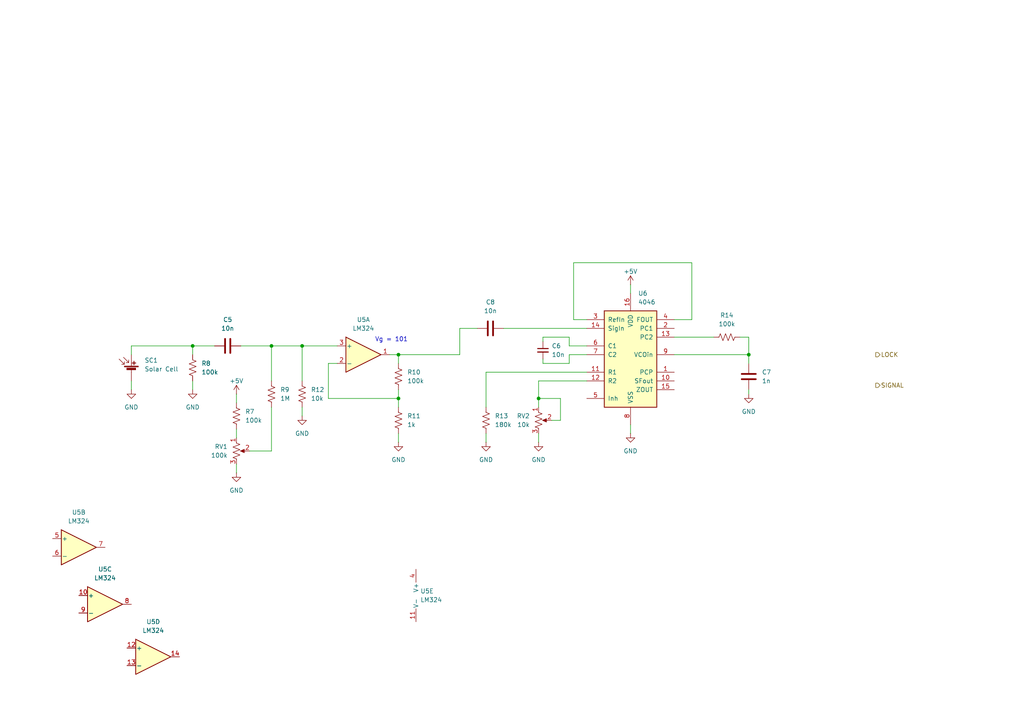
<source format=kicad_sch>
(kicad_sch (version 20231120) (generator "eeschema") (generator_version "8.0")
  (paper "A4")
  (lib_symbols
    (symbol "4xxx:4046" (pin_names (offset 1.016))
      (property "Reference" "U" (at -7.62 13.97 0))
      (property "Value" "4046" (at -7.62 -16.51 0))
      (symbol "4046_1_0"
        (pin output line (at 12.7 -5.08 180) (length 5.08) (name "PCP") (number "1"))
        (pin output line (at 12.7 -7.62 180) (length 5.08) (name "SFout") (number "10"))
        (pin input line (at -12.7 -5.08 0) (length 5.08) (name "R1") (number "11"))
        (pin input line (at -12.7 -7.62 0) (length 5.08) (name "R2") (number "12"))
        (pin tri_state line (at 12.7 5.08 180) (length 5.08) (name "PC2") (number "13"))
        (pin input line (at -12.7 7.62 0) (length 5.08) (name "SigIn") (number "14"))
        (pin output line (at 12.7 -10.16 180) (length 5.08) (name "ZOUT") (number "15"))
        (pin power_in line (at 0 17.78 270) (length 5.08) (name "VDD") (number "16"))
        (pin output line (at 12.7 7.62 180) (length 5.08) (name "PC1") (number "2"))
        (pin input line (at -12.7 10.16 0) (length 5.08) (name "RefIn") (number "3"))
        (pin output line (at 12.7 10.16 180) (length 5.08) (name "FOUT") (number "4"))
        (pin input line (at -12.7 -12.7 0) (length 5.08) (name "Inh") (number "5"))
        (pin input line (at -12.7 2.54 0) (length 5.08) (name "C1") (number "6"))
        (pin input line (at -12.7 0 0) (length 5.08) (name "C2") (number "7"))
        (pin power_in line (at 0 -20.32 90) (length 5.08) (name "VSS") (number "8"))
        (pin input line (at 12.7 0 180) (length 5.08) (name "VCOin") (number "9"))
      )
      (symbol "4046_1_1"
        (rectangle (start -7.62 12.7) (end 7.62 -15.24) (stroke (width 0.254)) (fill (type background)))
      )
    )
    (symbol "Amplifier_Operational:LM324" (pin_names (offset 0.127))
      (property "Reference" "U" (at 0 5.08 0))
      (property "Value" "LM324" (at 0 -5.08 0))
      (symbol "LM324_1_1"
        (polyline (pts (xy -5.08 5.08) (xy 5.08 0) (xy -5.08 -5.08) (xy -5.08 5.08)) (stroke (width 0.254)) (fill (type background)))
        (pin output line (at 7.62 0 180) (length 2.54) (name "~") (number "1"))
        (pin input line (at -7.62 -2.54 0) (length 2.54) (name "-") (number "2"))
        (pin input line (at -7.62 2.54 0) (length 2.54) (name "+") (number "3"))
      )
      (symbol "LM324_2_1"
        (polyline (pts (xy -5.08 5.08) (xy 5.08 0) (xy -5.08 -5.08) (xy -5.08 5.08)) (stroke (width 0.254)) (fill (type background)))
        (pin input line (at -7.62 2.54 0) (length 2.54) (name "+") (number "5"))
        (pin input line (at -7.62 -2.54 0) (length 2.54) (name "-") (number "6"))
        (pin output line (at 7.62 0 180) (length 2.54) (name "~") (number "7"))
      )
      (symbol "LM324_3_1"
        (polyline (pts (xy -5.08 5.08) (xy 5.08 0) (xy -5.08 -5.08) (xy -5.08 5.08)) (stroke (width 0.254)) (fill (type background)))
        (pin input line (at -7.62 2.54 0) (length 2.54) (name "+") (number "10"))
        (pin output line (at 7.62 0 180) (length 2.54) (name "~") (number "8"))
        (pin input line (at -7.62 -2.54 0) (length 2.54) (name "-") (number "9"))
      )
      (symbol "LM324_4_1"
        (polyline (pts (xy -5.08 5.08) (xy 5.08 0) (xy -5.08 -5.08) (xy -5.08 5.08)) (stroke (width 0.254)) (fill (type background)))
        (pin input line (at -7.62 2.54 0) (length 2.54) (name "+") (number "12"))
        (pin input line (at -7.62 -2.54 0) (length 2.54) (name "-") (number "13"))
        (pin output line (at 7.62 0 180) (length 2.54) (name "~") (number "14"))
      )
      (symbol "LM324_5_1"
        (pin power_in line (at -2.54 -7.62 90) (length 3.81) (name "V-") (number "11"))
        (pin power_in line (at -2.54 7.62 270) (length 3.81) (name "V+") (number "4"))
      )
    )
    (symbol "Device:C" (pin_numbers hide) (pin_names (offset 0.254))
      (property "Reference" "C" (at 0.635 2.54 0))
      (property "Value" "C" (at 0.635 -2.54 0))
      (symbol "C_0_1"
        (polyline (pts (xy -2.032 -0.762) (xy 2.032 -0.762)) (stroke (width 0.508)))
        (polyline (pts (xy -2.032 0.762) (xy 2.032 0.762)) (stroke (width 0.508)))
      )
      (symbol "C_1_1"
        (pin passive line (at 0 3.81 270) (length 2.794) (name "~") (number "1"))
        (pin passive line (at 0 -3.81 90) (length 2.794) (name "~") (number "2"))
      )
    )
    (symbol "Device:C_Small" (pin_numbers hide) (pin_names (offset 0.254) hide)
      (property "Reference" "C" (at 0.254 1.778 0))
      (property "Value" "C_Small" (at 0.254 -2.032 0))
      (symbol "C_Small_0_1"
        (polyline (pts (xy -1.524 -0.508) (xy 1.524 -0.508)) (stroke (width 0.3302)))
        (polyline (pts (xy -1.524 0.508) (xy 1.524 0.508)) (stroke (width 0.3048)))
      )
      (symbol "C_Small_1_1"
        (pin passive line (at 0 2.54 270) (length 2.032) (name "~") (number "1"))
        (pin passive line (at 0 -2.54 90) (length 2.032) (name "~") (number "2"))
      )
    )
    (symbol "Device:R_Potentiometer_US" (pin_names (offset 1.016) hide)
      (property "Reference" "RV" (at -4.445 0 90))
      (property "Value" "R_Potentiometer_US" (at -2.54 0 90))
      (symbol "R_Potentiometer_US_0_1"
        (polyline (pts (xy 0 -2.286) (xy 0 -2.54)))
        (polyline (pts (xy 0 2.54) (xy 0 2.286)))
        (polyline (pts (xy 2.54 0) (xy 1.524 0)))
        (polyline (pts (xy 1.143 0) (xy 2.286 0.508) (xy 2.286 -0.508) (xy 1.143 0)) (fill (type outline)))
        (polyline (pts (xy 0 -0.762) (xy 1.016 -1.143) (xy 0 -1.524) (xy -1.016 -1.905) (xy 0 -2.286)))
        (polyline (pts (xy 0 0.762) (xy 1.016 0.381) (xy 0 0) (xy -1.016 -0.381) (xy 0 -0.762)))
        (polyline (pts (xy 0 2.286) (xy 1.016 1.905) (xy 0 1.524) (xy -1.016 1.143) (xy 0 0.762)))
      )
      (symbol "R_Potentiometer_US_1_1"
        (pin passive line (at 0 3.81 270) (length 1.27) (name "1") (number "1"))
        (pin passive line (at 3.81 0 180) (length 1.27) (name "2") (number "2"))
        (pin passive line (at 0 -3.81 90) (length 1.27) (name "3") (number "3"))
      )
    )
    (symbol "Device:R_US" (pin_numbers hide) (pin_names (offset 0))
      (property "Reference" "R" (at 2.54 0 90))
      (property "Value" "R_US" (at -2.54 0 90))
      (symbol "R_US_0_1"
        (polyline (pts (xy 0 -2.286) (xy 0 -2.54)))
        (polyline (pts (xy 0 2.286) (xy 0 2.54)))
        (polyline (pts (xy 0 -0.762) (xy 1.016 -1.143) (xy 0 -1.524) (xy -1.016 -1.905) (xy 0 -2.286)))
        (polyline (pts (xy 0 0.762) (xy 1.016 0.381) (xy 0 0) (xy -1.016 -0.381) (xy 0 -0.762)))
        (polyline (pts (xy 0 2.286) (xy 1.016 1.905) (xy 0 1.524) (xy -1.016 1.143) (xy 0 0.762)))
      )
      (symbol "R_US_1_1"
        (pin passive line (at 0 3.81 270) (length 1.27) (name "~") (number "1"))
        (pin passive line (at 0 -3.81 90) (length 1.27) (name "~") (number "2"))
      )
    )
    (symbol "Device:Solar_Cell" (pin_numbers hide) (pin_names (offset 0) hide)
      (property "Reference" "SC" (at 2.54 2.54 0))
      (property "Value" "Solar_Cell" (at 2.54 0 0))
      (symbol "Solar_Cell_0_1"
        (rectangle (start -2.032 1.778) (end 2.032 1.524) (fill (type outline)))
        (rectangle (start -1.3208 1.1938) (end 1.27 0.6858) (fill (type outline)))
        (polyline (pts (xy -2.032 2.286) (xy -3.556 3.81)))
        (polyline (pts (xy -0.762 2.794) (xy -2.286 4.318)))
        (polyline (pts (xy 0 0.762) (xy 0 0)))
        (polyline (pts (xy 0 1.778) (xy 0 2.54)))
        (polyline (pts (xy 0.254 2.667) (xy 1.27 2.667)) (stroke (width 0.254)))
        (polyline (pts (xy 0.762 3.175) (xy 0.762 2.159)) (stroke (width 0.254)))
        (polyline (pts (xy -2.032 3.048) (xy -2.032 2.286) (xy -2.794 2.286)))
        (polyline (pts (xy -0.762 3.556) (xy -0.762 2.794) (xy -1.524 2.794)))
      )
      (symbol "Solar_Cell_1_1"
        (pin passive line (at 0 5.08 270) (length 2.54) (name "+") (number "1"))
        (pin passive line (at 0 -2.54 90) (length 2.54) (name "-") (number "2"))
      )
    )
    (symbol "power:+5V" (power) (pin_numbers hide) (pin_names (offset 0) hide)
      (property "Value" "+5V" (at 0 3.556 0))
      (symbol "+5V_0_1"
        (polyline (pts (xy -0.762 1.27) (xy 0 2.54)))
        (polyline (pts (xy 0 0) (xy 0 2.54)))
        (polyline (pts (xy 0 2.54) (xy 0.762 1.27)))
      )
      (symbol "+5V_1_1"
        (pin power_in line (at 0 0 90) (length 0) (name "~") (number "1"))
      )
    )
    (symbol "power:GND" (power) (pin_numbers hide) (pin_names (offset 0) hide)
      (property "Value" "GND" (at 0 -3.81 0))
      (symbol "GND_0_1"
        (polyline (pts (xy 0 0) (xy 0 -1.27) (xy 1.27 -1.27) (xy 0 -2.54) (xy -1.27 -1.27) (xy 0 -1.27)))
      )
      (symbol "GND_1_1"
        (pin power_in line (at 0 0 270) (length 0) (name "~") (number "1"))
      )
    )
  )
  (junction (at 115.57 102.87))
  (junction (at 156.21 115.57))
  (junction (at 87.63 100.33))
  (junction (at 78.74 100.33))
  (junction (at 217.17 102.87))
  (junction (at 115.57 115.57))
  (junction (at 55.88 100.33))
  (wire (pts (xy 165.1 100.33) (xy 170.18 100.33)))
  (wire (pts (xy 165.1 97.79) (xy 165.1 100.33)))
  (wire (pts (xy 78.74 100.33) (xy 78.74 110.49)))
  (wire (pts (xy 217.17 97.79) (xy 214.63 97.79)))
  (wire (pts (xy 166.37 92.71) (xy 170.18 92.71)))
  (wire (pts (xy 217.17 102.87) (xy 217.17 97.79)))
  (wire (pts (xy 78.74 130.81) (xy 72.39 130.81)))
  (wire (pts (xy 97.79 105.41) (xy 95.25 105.41)))
  (wire (pts (xy 115.57 118.11) (xy 115.57 115.57)))
  (wire (pts (xy 156.21 110.49) (xy 156.21 115.57)))
  (wire (pts (xy 146.05 95.25) (xy 170.18 95.25)))
  (wire (pts (xy 170.18 110.49) (xy 156.21 110.49)))
  (wire (pts (xy 162.56 121.92) (xy 160.02 121.92)))
  (wire (pts (xy 69.85 100.33) (xy 78.74 100.33)))
  (wire (pts (xy 182.88 82.55) (xy 182.88 85.09)))
  (wire (pts (xy 162.56 115.57) (xy 162.56 121.92)))
  (wire (pts (xy 133.35 102.87) (xy 115.57 102.87)))
  (wire (pts (xy 170.18 107.95) (xy 140.97 107.95)))
  (wire (pts (xy 87.63 118.11) (xy 87.63 120.65)))
  (wire (pts (xy 166.37 76.2) (xy 166.37 92.71)))
  (wire (pts (xy 157.48 105.41) (xy 157.48 104.14)))
  (wire (pts (xy 68.58 124.46) (xy 68.58 127)))
  (wire (pts (xy 200.66 92.71) (xy 200.66 76.2)))
  (wire (pts (xy 195.58 92.71) (xy 200.66 92.71)))
  (wire (pts (xy 68.58 134.62) (xy 68.58 137.16)))
  (wire (pts (xy 87.63 100.33) (xy 78.74 100.33)))
  (wire (pts (xy 170.18 102.87) (xy 165.1 102.87)))
  (wire (pts (xy 38.1 100.33) (xy 55.88 100.33)))
  (wire (pts (xy 156.21 115.57) (xy 162.56 115.57)))
  (wire (pts (xy 55.88 100.33) (xy 62.23 100.33)))
  (wire (pts (xy 38.1 102.87) (xy 38.1 100.33)))
  (wire (pts (xy 115.57 105.41) (xy 115.57 102.87)))
  (wire (pts (xy 182.88 123.19) (xy 182.88 125.73)))
  (wire (pts (xy 156.21 115.57) (xy 156.21 118.11)))
  (wire (pts (xy 165.1 105.41) (xy 157.48 105.41)))
  (wire (pts (xy 157.48 99.06) (xy 157.48 97.79)))
  (wire (pts (xy 200.66 76.2) (xy 166.37 76.2)))
  (wire (pts (xy 195.58 102.87) (xy 217.17 102.87)))
  (wire (pts (xy 115.57 113.03) (xy 115.57 115.57)))
  (wire (pts (xy 156.21 125.73) (xy 156.21 128.27)))
  (wire (pts (xy 38.1 110.49) (xy 38.1 113.03)))
  (wire (pts (xy 78.74 118.11) (xy 78.74 130.81)))
  (wire (pts (xy 68.58 114.3) (xy 68.58 116.84)))
  (wire (pts (xy 157.48 97.79) (xy 165.1 97.79)))
  (wire (pts (xy 95.25 115.57) (xy 115.57 115.57)))
  (wire (pts (xy 55.88 102.87) (xy 55.88 100.33)))
  (wire (pts (xy 55.88 110.49) (xy 55.88 113.03)))
  (wire (pts (xy 87.63 110.49) (xy 87.63 100.33)))
  (wire (pts (xy 140.97 107.95) (xy 140.97 118.11)))
  (wire (pts (xy 140.97 125.73) (xy 140.97 128.27)))
  (wire (pts (xy 217.17 113.03) (xy 217.17 114.3)))
  (wire (pts (xy 115.57 128.27) (xy 115.57 125.73)))
  (wire (pts (xy 217.17 105.41) (xy 217.17 102.87)))
  (wire (pts (xy 95.25 105.41) (xy 95.25 115.57)))
  (wire (pts (xy 165.1 102.87) (xy 165.1 105.41)))
  (wire (pts (xy 133.35 95.25) (xy 133.35 102.87)))
  (wire (pts (xy 97.79 100.33) (xy 87.63 100.33)))
  (wire (pts (xy 207.01 97.79) (xy 195.58 97.79)))
  (wire (pts (xy 138.43 95.25) (xy 133.35 95.25)))
  (wire (pts (xy 115.57 102.87) (xy 113.03 102.87)))
  (text "Vg = 101" (at 113.538 98.552 0) (effects (font (size 1.27 1.27))))
  (hierarchical_label "SIGNAL" (shape output) (at 254 111.76 0))
  (hierarchical_label "LOCK" (shape output) (at 254 102.87 0))
  (symbol (lib_id "power:GND") (at 87.63 120.65 0) (unit 1)
    (property "Reference" "#PWR025" (effects (hide yes)))
    (property "Value" "GND" (at 87.63 125.73 0))
    (property "Description" "Power symbol creates a global label with name \"GND\" , ground" (effects (hide yes)))
  )
  (symbol (lib_id "Device:C") (at 142.24 95.25 90) (unit 1)
    (property "Reference" "C8" (at 142.24 87.63 90))
    (property "Value" "10n" (at 142.24 90.17 90))
    (property "Description" "Unpolarized capacitor" (effects (hide yes)))
  )
  (symbol (lib_id "power:GND") (at 68.58 137.16 0) (unit 1)
    (property "Reference" "#PWR022" (effects (hide yes)))
    (property "Value" "GND" (at 68.58 142.24 0))
    (property "Description" "Power symbol creates a global label with name \"GND\" , ground" (effects (hide yes)))
  )
  (symbol (lib_id "Device:R_US") (at 115.57 109.22 0) (unit 1)
    (property "Reference" "R10" (at 118.11 107.9499 0) (effects (justify left)))
    (property "Value" "100k" (at 118.11 110.4899 0) (effects (justify left)))
    (property "Description" "Resistor, US symbol" (effects (hide yes)))
  )
  (symbol (lib_id "Device:R_US") (at 55.88 106.68 0) (unit 1)
    (property "Reference" "R8" (at 58.42 105.4099 0) (effects (justify left)))
    (property "Value" "100k" (at 58.42 107.9499 0) (effects (justify left)))
    (property "Description" "Resistor, US symbol" (effects (hide yes)))
  )
  (symbol (lib_id "Amplifier_Operational:LM324") (at 30.48 175.26 0) (unit 3)
    (property "Reference" "U5" (at 30.48 165.1 0))
    (property "Value" "LM324" (at 30.48 167.64 0))
    (property "Datasheet" "http://www.ti.com/lit/ds/symlink/lm2902-n.pdf" (effects (hide yes)))
    (property "Description" "Low-Power, Quad-Operational Amplifiers, DIP-14/SOIC-14/SSOP-14" (effects (hide yes)))
  )
  (symbol (lib_id "Amplifier_Operational:LM324") (at 44.45 190.5 0) (unit 4)
    (property "Reference" "U5" (at 44.45 180.34 0))
    (property "Value" "LM324" (at 44.45 182.88 0))
    (property "Datasheet" "http://www.ti.com/lit/ds/symlink/lm2902-n.pdf" (effects (hide yes)))
    (property "Description" "Low-Power, Quad-Operational Amplifiers, DIP-14/SOIC-14/SSOP-14" (effects (hide yes)))
  )
  (symbol (lib_id "Device:R_US") (at 210.82 97.79 90) (unit 1)
    (property "Reference" "R14" (at 210.82 91.44 90))
    (property "Value" "100k" (at 210.82 93.98 90))
    (property "Description" "Resistor, US symbol" (effects (hide yes)))
  )
  (symbol (lib_id "power:+5V") (at 182.88 82.55 0) (unit 1)
    (property "Reference" "#PWR027" (effects (hide yes)))
    (property "Value" "+5V" (at 182.88 78.74 0))
    (property "Description" "Power symbol creates a global label with name \"+5V\"" (effects (hide yes)))
  )
  (symbol (lib_id "power:GND") (at 217.17 114.3 0) (unit 1)
    (property "Reference" "#PWR031" (effects (hide yes)))
    (property "Value" "GND" (at 217.17 119.38 0))
    (property "Description" "Power symbol creates a global label with name \"GND\" , ground" (effects (hide yes)))
  )
  (symbol (lib_id "Device:R_US") (at 140.97 121.92 0) (unit 1)
    (property "Reference" "R13" (at 143.51 120.6499 0) (effects (justify left)))
    (property "Value" "180k" (at 143.51 123.1899 0) (effects (justify left)))
    (property "Description" "Resistor, US symbol" (effects (hide yes)))
  )
  (symbol (lib_id "power:GND") (at 140.97 128.27 0) (unit 1)
    (property "Reference" "#PWR030" (effects (hide yes)))
    (property "Value" "GND" (at 140.97 133.35 0))
    (property "Description" "Power symbol creates a global label with name \"GND\" , ground" (effects (hide yes)))
  )
  (symbol (lib_id "Device:C_Small") (at 157.48 101.6 0) (unit 1)
    (property "Reference" "C6" (at 160.02 100.3362 0) (effects (justify left)))
    (property "Value" "10n" (at 160.02 102.8762 0) (effects (justify left)))
    (property "Description" "Unpolarized capacitor, small symbol" (effects (hide yes)))
  )
  (symbol (lib_id "Device:R_Potentiometer_US") (at 68.58 130.81 0) (unit 1)
    (property "Reference" "RV1" (at 66.04 129.5399 0) (effects (justify right)))
    (property "Value" "100k" (at 66.04 132.0799 0) (effects (justify right)))
    (property "Description" "Potentiometer, US symbol" (effects (hide yes)))
  )
  (symbol (lib_id "power:GND") (at 156.21 128.27 0) (unit 1)
    (property "Reference" "#PWR029" (effects (hide yes)))
    (property "Value" "GND" (at 156.21 133.35 0))
    (property "Description" "Power symbol creates a global label with name \"GND\" , ground" (effects (hide yes)))
  )
  (symbol (lib_id "Device:C") (at 66.04 100.33 90) (unit 1)
    (property "Reference" "C5" (at 66.04 92.71 90))
    (property "Value" "10n" (at 66.04 95.25 90))
    (property "Description" "Unpolarized capacitor" (effects (hide yes)))
  )
  (symbol (lib_id "Amplifier_Operational:LM324") (at 105.41 102.87 0) (unit 1)
    (property "Reference" "U5" (at 105.41 92.71 0))
    (property "Value" "LM324" (at 105.41 95.25 0))
    (property "Datasheet" "http://www.ti.com/lit/ds/symlink/lm2902-n.pdf" (effects (hide yes)))
    (property "Description" "Low-Power, Quad-Operational Amplifiers, DIP-14/SOIC-14/SSOP-14" (effects (hide yes)))
  )
  (symbol (lib_id "power:GND") (at 55.88 113.03 0) (unit 1)
    (property "Reference" "#PWR024" (effects (hide yes)))
    (property "Value" "GND" (at 55.88 118.11 0))
    (property "Description" "Power symbol creates a global label with name \"GND\" , ground" (effects (hide yes)))
  )
  (symbol (lib_id "power:GND") (at 38.1 113.03 0) (unit 1)
    (property "Reference" "#PWR021" (effects (hide yes)))
    (property "Value" "GND" (at 38.1 118.11 0))
    (property "Description" "Power symbol creates a global label with name \"GND\" , ground" (effects (hide yes)))
  )
  (symbol (lib_id "power:GND") (at 182.88 125.73 0) (unit 1)
    (property "Reference" "#PWR028" (effects (hide yes)))
    (property "Value" "GND" (at 182.88 130.81 0))
    (property "Description" "Power symbol creates a global label with name \"GND\" , ground" (effects (hide yes)))
  )
  (symbol (lib_id "Device:R_Potentiometer_US") (at 156.21 121.92 0) (unit 1)
    (property "Reference" "RV2" (at 153.67 120.6499 0) (effects (justify right)))
    (property "Value" "10k" (at 153.67 123.1899 0) (effects (justify right)))
    (property "Description" "Potentiometer, US symbol" (effects (hide yes)))
  )
  (symbol (lib_id "power:GND") (at 115.57 128.27 0) (unit 1)
    (property "Reference" "#PWR026" (effects (hide yes)))
    (property "Value" "GND" (at 115.57 133.35 0))
    (property "Description" "Power symbol creates a global label with name \"GND\" , ground" (effects (hide yes)))
  )
  (symbol (lib_id "Device:R_US") (at 78.74 114.3 0) (unit 1)
    (property "Reference" "R9" (at 81.28 113.0299 0) (effects (justify left)))
    (property "Value" "1M" (at 81.28 115.5699 0) (effects (justify left)))
    (property "Description" "Resistor, US symbol" (effects (hide yes)))
  )
  (symbol (lib_id "Device:C") (at 217.17 109.22 0) (unit 1)
    (property "Reference" "C7" (at 220.98 107.9499 0) (effects (justify left)))
    (property "Value" "1n" (at 220.98 110.4899 0) (effects (justify left)))
    (property "Description" "Unpolarized capacitor" (effects (hide yes)))
  )
  (symbol (lib_id "Device:R_US") (at 87.63 114.3 0) (unit 1)
    (property "Reference" "R12" (at 90.17 113.0299 0) (effects (justify left)))
    (property "Value" "10k" (at 90.17 115.5699 0) (effects (justify left)))
    (property "Description" "Resistor, US symbol" (effects (hide yes)))
  )
  (symbol (lib_id "Amplifier_Operational:LM324") (at 123.19 172.72 0) (unit 5)
    (property "Reference" "U5" (at 121.92 171.4499 0) (effects (justify left)))
    (property "Value" "LM324" (at 121.92 173.9899 0) (effects (justify left)))
    (property "Datasheet" "http://www.ti.com/lit/ds/symlink/lm2902-n.pdf" (effects (hide yes)))
    (property "Description" "Low-Power, Quad-Operational Amplifiers, DIP-14/SOIC-14/SSOP-14" (effects (hide yes)))
  )
  (symbol (lib_id "power:+5V") (at 68.58 114.3 0) (unit 1)
    (property "Reference" "#PWR023" (effects (hide yes)))
    (property "Value" "+5V" (at 68.58 110.49 0))
    (property "Description" "Power symbol creates a global label with name \"+5V\"" (effects (hide yes)))
  )
  (symbol (lib_id "Device:R_US") (at 68.58 120.65 0) (unit 1)
    (property "Reference" "R7" (at 71.12 119.3799 0) (effects (justify left)))
    (property "Value" "100k" (at 71.12 121.9199 0) (effects (justify left)))
    (property "Description" "Resistor, US symbol" (effects (hide yes)))
  )
  (symbol (lib_id "Device:R_US") (at 115.57 121.92 0) (unit 1)
    (property "Reference" "R11" (at 118.11 120.6499 0) (effects (justify left)))
    (property "Value" "1k" (at 118.11 123.1899 0) (effects (justify left)))
    (property "Description" "Resistor, US symbol" (effects (hide yes)))
  )
  (symbol (lib_id "Device:Solar_Cell") (at 38.1 107.95 0) (unit 1)
    (property "Reference" "SC1" (at 41.91 104.5209 0) (effects (justify left)))
    (property "Value" "Solar Cell" (at 41.91 107.0609 0) (effects (justify left)))
    (property "Description" "Single solar cell" (effects (hide yes)))
  )
  (symbol (lib_id "Amplifier_Operational:LM324") (at 22.86 158.75 0) (unit 2)
    (property "Reference" "U5" (at 22.86 148.59 0))
    (property "Value" "LM324" (at 22.86 151.13 0))
    (property "Datasheet" "http://www.ti.com/lit/ds/symlink/lm2902-n.pdf" (effects (hide yes)))
    (property "Description" "Low-Power, Quad-Operational Amplifiers, DIP-14/SOIC-14/SSOP-14" (effects (hide yes)))
  )
  (symbol (lib_id "4xxx:4046") (at 182.88 102.87 0) (unit 1)
    (property "Reference" "U6" (at 185.0741 85.09 0) (effects (justify left)))
    (property "Value" "4046" (at 185.0741 87.63 0) (effects (justify left)))
    (property "Datasheet" "https://assets.nexperia.com/documents/data-sheet/HEF4046B.pdf" (effects (hide yes)))
    (property "Description" "Phase Comp & VCO" (effects (hide yes)))
  )
)
</source>
